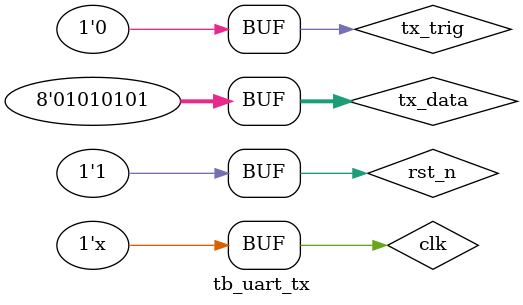
<source format=v>
`timescale 1ns/1ns

module tb_uart_tx();
reg			clk		;
reg			rst_n	;
reg			tx_trig	;
reg	[7:0]	tx_data	;		

wire		rs232_tx;

//================Define System Signals======================
	//产生初始化信号	自上向下延时累计
	initial begin
			clk			=	1		;
			rst_n		<=	0		;
			#100
			rst_n		<=	1		;
	end
	//产生时钟信号
	always	#5		clk	=	~clk	;
	

//================产生串口数据发送信号========================
initial begin
	tx_data		<=		8'd0	;
	tx_trig		<=		1'b0	;
	#200
	tx_trig		<=		1'b1	;
	tx_data		<=		8'h55	;
	#10
	tx_trig		<=		1'b0	;
end



//=================仿真模块例化=================================

uart_tx uart_tx_init(
	//System Signals
	.clk(clk)				,
	.rst_n(rst_n)			,
	//UART Interface
	.rs232_tx(rs232_tx)			,
	//Others
	.tx_trig(tx_trig)			,
	.tx_data(tx_data)
);	

endmodule

</source>
